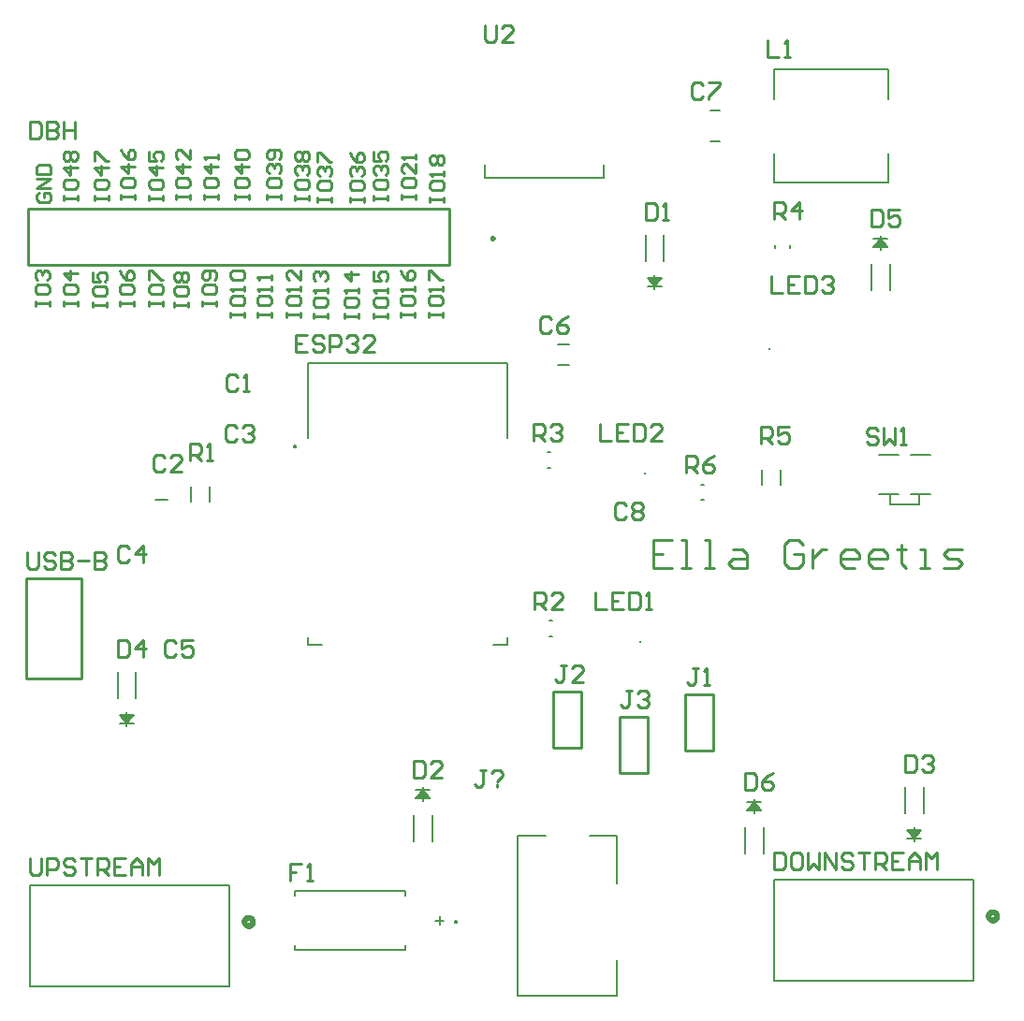
<source format=gbr>
%FSTAX23Y23*%
%MOMM*%
%SFA1B1*%

%IPPOS*%
%ADD10C,0.507999*%
%ADD11C,0.200000*%
%ADD12C,0.250000*%
%ADD13C,0.100000*%
%ADD14C,0.152400*%
%ADD15C,0.253999*%
%ADD16C,0.127000*%
%LNpcb1_legend_top-1*%
%LPD*%
G54D10*
X21336Y06985D02*
D01*
X21335Y07011*
X21332Y07038*
X21327Y07064*
X21321Y0709*
X21313Y07115*
X21303Y07139*
X21291Y07163*
X21278Y07186*
X21263Y07208*
X21246Y07229*
X21229Y07249*
X21209Y07268*
X21189Y07285*
X21168Y073*
X21145Y07314*
X21122Y07327*
X21097Y07338*
X21072Y07347*
X21047Y07354*
X21021Y0736*
X20994Y07363*
X20968Y07365*
X20941*
X20915Y07363*
X20888Y0736*
X20862Y07354*
X20837Y07347*
X20812Y07338*
X20787Y07327*
X20764Y07314*
X20741Y073*
X2072Y07285*
X207Y07268*
X2068Y07249*
X20663Y07229*
X20646Y07208*
X20631Y07186*
X20618Y07163*
X20606Y07139*
X20596Y07115*
X20588Y0709*
X20582Y07064*
X20577Y07038*
X20574Y07011*
X20574Y06985*
X20574Y06958*
X20577Y06931*
X20582Y06905*
X20588Y06879*
X20596Y06854*
X20606Y0683*
X20618Y06806*
X20631Y06783*
X20646Y06761*
X20663Y0674*
X2068Y0672*
X207Y06701*
X2072Y06684*
X20741Y06669*
X20764Y06655*
X20787Y06642*
X20812Y06631*
X20837Y06622*
X20862Y06615*
X20888Y06609*
X20915Y06606*
X20941Y06604*
X20968*
X20994Y06606*
X21021Y06609*
X21047Y06615*
X21072Y06622*
X21097Y06631*
X21122Y06642*
X21145Y06655*
X21168Y06669*
X21189Y06684*
X21209Y06701*
X21229Y0672*
X21246Y0674*
X21263Y06761*
X21278Y06783*
X21291Y06806*
X21303Y0683*
X21313Y06854*
X21321Y06879*
X21327Y06905*
X21332Y06931*
X21335Y06958*
X21336Y06985*
X88646Y07493D02*
D01*
X88645Y07519*
X88642Y07546*
X88637Y07572*
X88631Y07598*
X88623Y07623*
X88613Y07647*
X88601Y07671*
X88588Y07694*
X88573Y07716*
X88556Y07737*
X88539Y07757*
X88519Y07776*
X88499Y07793*
X88478Y07808*
X88455Y07822*
X88432Y07835*
X88407Y07846*
X88382Y07855*
X88357Y07862*
X88331Y07868*
X88304Y07871*
X88278Y07873*
X88251*
X88225Y07871*
X88198Y07868*
X88172Y07862*
X88147Y07855*
X88122Y07846*
X88097Y07835*
X88074Y07822*
X88051Y07808*
X8803Y07793*
X8801Y07776*
X8799Y07757*
X87973Y07737*
X87956Y07716*
X87941Y07694*
X87928Y07671*
X87916Y07647*
X87906Y07623*
X87898Y07598*
X87892Y07572*
X87887Y07546*
X87884Y07519*
X87884Y07493*
X87884Y07466*
X87887Y07439*
X87892Y07413*
X87898Y07387*
X87906Y07362*
X87916Y07338*
X87928Y07314*
X87941Y07291*
X87956Y07269*
X87973Y07248*
X8799Y07228*
X8801Y07209*
X8803Y07192*
X88051Y07177*
X88074Y07163*
X88097Y0715*
X88122Y07139*
X88147Y0713*
X88172Y07123*
X88198Y07117*
X88225Y07114*
X88251Y07112*
X88278*
X88304Y07114*
X88331Y07117*
X88357Y07123*
X88382Y0713*
X88407Y07139*
X88432Y0715*
X88455Y07163*
X88478Y07177*
X88499Y07192*
X88519Y07209*
X88539Y07228*
X88556Y07248*
X88573Y07269*
X88588Y07291*
X88601Y07314*
X88613Y07338*
X88623Y07362*
X88631Y07387*
X88637Y07413*
X88642Y07439*
X88645Y07466*
X88646Y07493*
G54D11*
X39784Y06985D02*
D01*
X39784Y06991*
X39784Y06998*
X39782Y07005*
X39781Y07012*
X39778Y07019*
X39776Y07025*
X39773Y07031*
X39769Y07037*
X39765Y07043*
X39761Y07049*
X39756Y07054*
X39751Y07059*
X39746Y07063*
X3974Y07067*
X39734Y07071*
X39728Y07074*
X39722Y07077*
X39715Y0708*
X39709Y07082*
X39702Y07083*
X39695Y07084*
X39688Y07084*
X39681*
X39674Y07084*
X39667Y07083*
X3966Y07082*
X39654Y0708*
X39647Y07077*
X39641Y07074*
X39634Y07071*
X39629Y07067*
X39623Y07063*
X39618Y07059*
X39613Y07054*
X39608Y07049*
X39604Y07043*
X396Y07037*
X39596Y07031*
X39593Y07025*
X39591Y07019*
X39588Y07012*
X39587Y07005*
X39585Y06998*
X39585Y06991*
X39584Y06985*
X39585Y06978*
X39585Y06971*
X39587Y06964*
X39588Y06957*
X39591Y0695*
X39593Y06944*
X39596Y06938*
X396Y06931*
X39604Y06926*
X39608Y0692*
X39613Y06915*
X39618Y0691*
X39623Y06906*
X39629Y06902*
X39634Y06898*
X39641Y06895*
X39647Y06892*
X39654Y06889*
X3966Y06887*
X39667Y06886*
X39674Y06885*
X39681Y06885*
X39688*
X39695Y06885*
X39702Y06886*
X39709Y06887*
X39715Y06889*
X39722Y06892*
X39728Y06895*
X39734Y06898*
X3974Y06902*
X39746Y06906*
X39751Y0691*
X39756Y06915*
X39761Y0692*
X39765Y06926*
X39769Y06931*
X39773Y06938*
X39776Y06944*
X39778Y0695*
X39781Y06957*
X39782Y06964*
X39784Y06971*
X39784Y06978*
X39784Y06985*
X25218Y50038D02*
D01*
X25218Y50044*
X25218Y50051*
X25216Y50058*
X25215Y50065*
X25212Y50072*
X2521Y50078*
X25207Y50084*
X25203Y5009*
X25199Y50096*
X25195Y50102*
X2519Y50107*
X25185Y50112*
X2518Y50116*
X25174Y5012*
X25168Y50124*
X25162Y50127*
X25156Y5013*
X25149Y50133*
X25143Y50135*
X25136Y50136*
X25129Y50137*
X25122Y50137*
X25115*
X25108Y50137*
X25101Y50136*
X25094Y50135*
X25088Y50133*
X25081Y5013*
X25075Y50127*
X25068Y50124*
X25063Y5012*
X25057Y50116*
X25052Y50112*
X25047Y50107*
X25042Y50102*
X25038Y50096*
X25034Y5009*
X2503Y50084*
X25027Y50078*
X25025Y50072*
X25022Y50065*
X25021Y50058*
X25019Y50051*
X25019Y50044*
X25019Y50038*
X25019Y50031*
X25019Y50024*
X25021Y50017*
X25022Y5001*
X25025Y50003*
X25027Y49997*
X2503Y49991*
X25034Y49984*
X25038Y49979*
X25042Y49973*
X25047Y49968*
X25052Y49963*
X25057Y49959*
X25063Y49955*
X25068Y49951*
X25075Y49948*
X25081Y49945*
X25088Y49942*
X25094Y4994*
X25101Y49939*
X25108Y49938*
X25115Y49938*
X25122*
X25129Y49938*
X25136Y49939*
X25143Y4994*
X25149Y49942*
X25156Y49945*
X25162Y49948*
X25168Y49951*
X25174Y49955*
X2518Y49959*
X25185Y49963*
X2519Y49968*
X25195Y49973*
X25199Y49979*
X25203Y49984*
X25207Y49991*
X2521Y49997*
X25212Y50003*
X25215Y5001*
X25216Y50017*
X25218Y50024*
X25218Y50031*
X25218Y50038*
X1253Y45212D02*
X1363D01*
X78809Y73843D02*
Y76543D01*
X68509Y73843D02*
Y76543D01*
X78809Y81443D02*
Y84143D01*
X68509Y81443D02*
Y84143D01*
Y73843D02*
X78809D01*
X68509Y84143D02*
X78809D01*
X42349Y74283D02*
Y75483D01*
Y74283D02*
X53049D01*
Y75483*
X81563Y44725D02*
Y45725D01*
X78963Y44725D02*
X81563D01*
X78963D02*
Y45725D01*
X77913Y49225D02*
X79713D01*
X80813D02*
X82613D01*
X80813Y45725D02*
X82613D01*
X77913D02*
X79713D01*
G54D12*
X43114Y68834D02*
D01*
X43114Y68842*
X43113Y68851*
X43112Y68859*
X4311Y68868*
X43107Y68876*
X43104Y68884*
X431Y68892*
X43096Y689*
X43091Y68907*
X43085Y68914*
X43079Y6892*
X43073Y68926*
X43066Y68932*
X43059Y68937*
X43052Y68942*
X43044Y68946*
X43036Y68949*
X43028Y68952*
X4302Y68955*
X43011Y68957*
X43003Y68958*
X42994Y68958*
X42985*
X42976Y68958*
X42968Y68957*
X42959Y68955*
X42951Y68952*
X42943Y68949*
X42935Y68946*
X42927Y68942*
X4292Y68937*
X42913Y68932*
X42906Y68926*
X429Y6892*
X42894Y68914*
X42888Y68907*
X42883Y689*
X42879Y68892*
X42875Y68884*
X42872Y68876*
X42869Y68868*
X42867Y68859*
X42866Y68851*
X42865Y68842*
X42864Y68834*
X42865Y68825*
X42866Y68816*
X42867Y68807*
X42869Y68799*
X42872Y68791*
X42875Y68783*
X42879Y68775*
X42883Y68767*
X42888Y6876*
X42894Y68753*
X429Y68747*
X42906Y68741*
X42913Y68735*
X4292Y6873*
X42927Y68725*
X42935Y68721*
X42943Y68718*
X42951Y68715*
X42959Y68712*
X42968Y6871*
X42976Y68709*
X42985Y68709*
X42994*
X43003Y68709*
X43011Y6871*
X4302Y68712*
X43028Y68715*
X43036Y68718*
X43044Y68721*
X43052Y68725*
X43059Y6873*
X43066Y68735*
X43073Y68741*
X43079Y68747*
X43085Y68753*
X43091Y6876*
X43096Y68767*
X431Y68775*
X43104Y68783*
X43107Y68791*
X4311Y68799*
X43112Y68807*
X43113Y68816*
X43114Y68825*
X43114Y68834*
G54D13*
X68089Y58879D02*
D01*
X68089Y58883*
X68089Y58886*
X68088Y5889*
X68088Y58893*
X68086Y58897*
X68085Y589*
X68084Y58903*
X68082Y58906*
X6808Y58909*
X68078Y58912*
X68075Y58914*
X68073Y58917*
X6807Y58919*
X68067Y58921*
X68064Y58923*
X68061Y58924*
X68058Y58926*
X68055Y58927*
X68052Y58928*
X68048Y58929*
X68045Y58929*
X68041Y58929*
X68038*
X68034Y58929*
X68031Y58929*
X68027Y58928*
X68024Y58927*
X68021Y58926*
X68018Y58924*
X68014Y58923*
X68012Y58921*
X68009Y58919*
X68006Y58917*
X68004Y58914*
X68001Y58912*
X67999Y58909*
X67997Y58906*
X67995Y58903*
X67994Y589*
X67993Y58897*
X67991Y58893*
X67991Y5889*
X6799Y58886*
X6799Y58883*
X67989Y58879*
X6799Y58876*
X6799Y58873*
X67991Y58869*
X67991Y58866*
X67993Y58862*
X67994Y58859*
X67995Y58856*
X67997Y58853*
X67999Y5885*
X68001Y58847*
X68004Y58845*
X68006Y58842*
X68009Y5884*
X68012Y58838*
X68014Y58836*
X68018Y58835*
X68021Y58833*
X68024Y58832*
X68027Y58831*
X68031Y5883*
X68034Y5883*
X68038Y5883*
X68041*
X68045Y5883*
X68048Y5883*
X68052Y58831*
X68055Y58832*
X68058Y58833*
X68061Y58835*
X68064Y58836*
X68067Y58838*
X6807Y5884*
X68073Y58842*
X68075Y58845*
X68078Y58847*
X6808Y5885*
X68082Y58853*
X68084Y58856*
X68085Y58859*
X68086Y58862*
X68088Y58866*
X68088Y58869*
X68089Y58873*
X68089Y58876*
X68089Y58879*
X56405Y32352D02*
D01*
X56405Y32356*
X56405Y32359*
X56404Y32363*
X56404Y32366*
X56402Y3237*
X56401Y32373*
X564Y32376*
X56398Y32379*
X56396Y32382*
X56394Y32385*
X56391Y32387*
X56389Y3239*
X56386Y32392*
X56383Y32394*
X5638Y32396*
X56377Y32397*
X56374Y32399*
X56371Y324*
X56368Y32401*
X56364Y32402*
X56361Y32402*
X56357Y32402*
X56354*
X5635Y32402*
X56347Y32402*
X56343Y32401*
X5634Y324*
X56337Y32399*
X56334Y32397*
X5633Y32396*
X56328Y32394*
X56325Y32392*
X56322Y3239*
X5632Y32387*
X56317Y32385*
X56315Y32382*
X56313Y32379*
X56311Y32376*
X5631Y32373*
X56309Y3237*
X56307Y32366*
X56307Y32363*
X56306Y32359*
X56306Y32356*
X56305Y32352*
X56306Y32349*
X56306Y32346*
X56307Y32342*
X56307Y32339*
X56309Y32335*
X5631Y32332*
X56311Y32329*
X56313Y32326*
X56315Y32323*
X56317Y3232*
X5632Y32318*
X56322Y32315*
X56325Y32313*
X56328Y32311*
X5633Y32309*
X56334Y32308*
X56337Y32306*
X5634Y32305*
X56343Y32304*
X56347Y32303*
X5635Y32303*
X56354Y32303*
X56357*
X56361Y32303*
X56364Y32303*
X56368Y32304*
X56371Y32305*
X56374Y32306*
X56377Y32308*
X5638Y32309*
X56383Y32311*
X56386Y32313*
X56389Y32315*
X56391Y32318*
X56394Y3232*
X56396Y32323*
X56398Y32326*
X564Y32329*
X56401Y32332*
X56402Y32335*
X56404Y32339*
X56404Y32342*
X56405Y32346*
X56405Y32349*
X56405Y32352*
X56786Y47592D02*
D01*
X56786Y47596*
X56786Y47599*
X56785Y47603*
X56785Y47606*
X56783Y4761*
X56782Y47613*
X56781Y47616*
X56779Y47619*
X56777Y47622*
X56775Y47625*
X56772Y47627*
X5677Y4763*
X56767Y47632*
X56764Y47634*
X56761Y47636*
X56758Y47637*
X56755Y47639*
X56752Y4764*
X56749Y47641*
X56745Y47642*
X56742Y47642*
X56738Y47642*
X56735*
X56731Y47642*
X56728Y47642*
X56724Y47641*
X56721Y4764*
X56718Y47639*
X56715Y47637*
X56711Y47636*
X56709Y47634*
X56706Y47632*
X56703Y4763*
X56701Y47627*
X56698Y47625*
X56696Y47622*
X56694Y47619*
X56692Y47616*
X56691Y47613*
X5669Y4761*
X56688Y47606*
X56688Y47603*
X56687Y47599*
X56687Y47596*
X56686Y47592*
X56687Y47589*
X56687Y47586*
X56688Y47582*
X56688Y47579*
X5669Y47575*
X56691Y47572*
X56692Y47569*
X56694Y47566*
X56696Y47563*
X56698Y4756*
X56701Y47558*
X56703Y47555*
X56706Y47553*
X56709Y47551*
X56711Y47549*
X56715Y47548*
X56718Y47546*
X56721Y47545*
X56724Y47544*
X56728Y47543*
X56731Y47543*
X56735Y47543*
X56738*
X56742Y47543*
X56745Y47543*
X56749Y47544*
X56752Y47545*
X56755Y47546*
X56758Y47548*
X56761Y47549*
X56764Y47551*
X56767Y47553*
X5677Y47555*
X56772Y47558*
X56775Y4756*
X56777Y47563*
X56779Y47566*
X56781Y47569*
X56782Y47572*
X56783Y47575*
X56785Y47579*
X56785Y47582*
X56786Y47586*
X56786Y47589*
X56786Y47592*
G54D14*
X25107Y0447D02*
Y04874D01*
X37858Y07112D02*
X3862D01*
X38239Y06731D02*
Y07493D01*
X25107Y09753D02*
X3509D01*
X25107Y09349D02*
Y09753D01*
Y0447D02*
X3509D01*
Y04874*
Y09349D02*
Y09753D01*
X66675Y16814D02*
Y18084D01*
X6604Y1783D02*
X6731D01*
X66675D02*
X6731Y17068D01*
X66675Y1783D02*
X67183Y17068D01*
X66675Y1783D02*
X67056Y17068D01*
X66675Y1783D02*
X66929Y17068D01*
X66675Y1783D02*
X66802Y17068D01*
X6604D02*
X66675Y1783D01*
X66167Y17068D02*
X66675Y1783D01*
X66294Y17068D02*
X66675Y1783D01*
X66421Y17068D02*
X66675Y1783D01*
X66548Y17068D02*
X66675Y1783D01*
X6604Y17068D02*
X6731D01*
X65849Y13169D02*
Y15532D01*
X675Y13169D02*
Y15532D01*
X78105Y67824D02*
Y69094D01*
X7747Y6884D02*
X7874D01*
X78105D02*
X7874Y68078D01*
X78105Y6884D02*
X78613Y68078D01*
X78105Y6884D02*
X78486Y68078D01*
X78105Y6884D02*
X78359Y68078D01*
X78105Y6884D02*
X78232Y68078D01*
X7747D02*
X78105Y6884D01*
X77597Y68078D02*
X78105Y6884D01*
X77724Y68078D02*
X78105Y6884D01*
X77851Y68078D02*
X78105Y6884D01*
X77978Y68078D02*
X78105Y6884D01*
X7747Y68078D02*
X7874D01*
X77279Y64179D02*
Y66541D01*
X7893Y64179D02*
Y66541D01*
X09906Y24714D02*
Y25984D01*
X09271Y24968D02*
X10541D01*
X09271Y2573D02*
X09906Y24968D01*
X09398Y2573D02*
X09906Y24968D01*
X09525Y2573D02*
X09906Y24968D01*
X09652Y2573D02*
X09906Y24968D01*
X09779Y2573D02*
X09906Y24968D01*
X10541Y2573*
X09906Y24968D02*
X10414Y2573D01*
X09906Y24968D02*
X10287Y2573D01*
X09906Y24968D02*
X1016Y2573D01*
X09906Y24968D02*
X10033Y2573D01*
X09271D02*
X10541D01*
X10731Y27266D02*
Y29629D01*
X0908Y27266D02*
Y29629D01*
X81153Y143D02*
Y1557D01*
X80518Y14554D02*
X81788D01*
X80518Y15316D02*
X81153Y14554D01*
X80645Y15316D02*
X81153Y14554D01*
X80772Y15316D02*
X81153Y14554D01*
X80899Y15316D02*
X81153Y14554D01*
X81026Y15316D02*
X81153Y14554D01*
X81788Y15316*
X81153Y14554D02*
X81661Y15316D01*
X81153Y14554D02*
X81534Y15316D01*
X81153Y14554D02*
X81407Y15316D01*
X81153Y14554D02*
X8128Y15316D01*
X80518D02*
X81788D01*
X81978Y16852D02*
Y19215D01*
X80327Y16852D02*
Y19215D01*
X36703Y17957D02*
Y19227D01*
X36068Y18973D02*
X37338D01*
X36703D02*
X37338Y18211D01*
X36703Y18973D02*
X37211Y18211D01*
X36703Y18973D02*
X37084Y18211D01*
X36703Y18973D02*
X36957Y18211D01*
X36703Y18973D02*
X3683Y18211D01*
X36068D02*
X36703Y18973D01*
X36195Y18211D02*
X36703Y18973D01*
X36322Y18211D02*
X36703Y18973D01*
X36449Y18211D02*
X36703Y18973D01*
X36576Y18211D02*
X36703Y18973D01*
X36068Y18211D02*
X37338D01*
X35877Y14312D02*
Y16675D01*
X37528Y14312D02*
Y16675D01*
X57658Y64211D02*
Y65481D01*
X57023Y64465D02*
X58293D01*
X57023Y65227D02*
X57658Y64465D01*
X5715Y65227D02*
X57658Y64465D01*
X57277Y65227D02*
X57658Y64465D01*
X57404Y65227D02*
X57658Y64465D01*
X57531Y65227D02*
X57658Y64465D01*
X58293Y65227*
X57658Y64465D02*
X58166Y65227D01*
X57658Y64465D02*
X58039Y65227D01*
X57658Y64465D02*
X57912Y65227D01*
X57658Y64465D02*
X57785Y65227D01*
X57023D02*
X58293D01*
X58483Y66763D02*
Y69126D01*
X56832Y66763D02*
Y69126D01*
X19177Y01143D02*
Y10287D01*
X01143Y01143D02*
X19177D01*
X01143D02*
Y10287D01*
X19177*
X86487Y01651D02*
Y10795D01*
X68453Y01651D02*
X86487D01*
X68453D02*
Y10795D01*
X86487*
G54D15*
X48514Y22733D02*
X51054D01*
X48514Y27813D02*
X51054D01*
X48514Y22733D02*
Y27813D01*
X51054Y22733D02*
Y27813D01*
X39116Y66421D02*
Y71501D01*
X01016Y66421D02*
Y71501D01*
X39116*
X01016Y66421D02*
X39116D01*
X00785Y38042D02*
X05785D01*
X00785Y29042D02*
X05785D01*
Y38042*
X00785Y29042D02*
Y38042D01*
X60452Y22479D02*
X62992D01*
X60452Y27559D02*
X62992D01*
X60452Y22479D02*
Y27559D01*
X62992Y22479D02*
Y27559D01*
X54483Y20447D02*
X57023D01*
X54483Y25527D02*
X57023D01*
X54483Y20447D02*
Y25527D01*
X57023Y20447D02*
Y25527D01*
X55118Y44703D02*
X54864Y44957D01*
X54356*
X54102Y44703*
Y43688*
X54356Y43434*
X54864*
X55118Y43688*
X55625Y44703D02*
X55879Y44957D01*
X56387*
X56641Y44703*
Y44449*
X56387Y44196*
X56641Y43942*
Y43688*
X56387Y43434*
X55879*
X55625Y43688*
Y43942*
X55879Y44196*
X55625Y44449*
Y44703*
X55879Y44196D02*
X56387D01*
X06985Y72263D02*
Y72686D01*
Y72474*
X08255*
Y72263*
Y72686*
X06985Y73955D02*
Y73532D01*
X07196Y7332*
X08043*
X08255Y73532*
Y73955*
X08043Y74167*
X07196*
X06985Y73955*
X08255Y75225D02*
X06985D01*
X0762Y7459*
Y75436*
X06985Y7586D02*
Y76706D01*
X07196*
X08043Y7586*
X08255*
X09398Y7239D02*
Y72813D01*
Y72601*
X10668*
Y7239*
Y72813*
X09398Y74082D02*
Y73659D01*
X09609Y73447*
X10456*
X10668Y73659*
Y74082*
X10456Y74294*
X09609*
X09398Y74082*
X10668Y75352D02*
X09398D01*
X10033Y74717*
Y75563*
X09398Y76833D02*
X09609Y7641D01*
X10033Y75987*
X10456*
X10668Y76198*
Y76621*
X10456Y76833*
X10244*
X10033Y76621*
Y75987*
X11938Y72263D02*
Y72686D01*
Y72474*
X13208*
Y72263*
Y72686*
X11938Y73955D02*
Y73532D01*
X12149Y7332*
X12996*
X13208Y73532*
Y73955*
X12996Y74167*
X12149*
X11938Y73955*
X13208Y75225D02*
X11938D01*
X12573Y7459*
Y75436*
X11938Y76706D02*
Y7586D01*
X12573*
X12361Y76283*
Y76494*
X12573Y76706*
X12996*
X13208Y76494*
Y76071*
X12996Y7586*
X14351Y7239D02*
Y72813D01*
Y72601*
X15621*
Y7239*
Y72813*
X14351Y74082D02*
Y73659D01*
X14562Y73447*
X15409*
X15621Y73659*
Y74082*
X15409Y74294*
X14562*
X14351Y74082*
X15621Y75352D02*
X14351D01*
X14986Y74717*
Y75563*
X15621Y76833D02*
Y75987D01*
X14774Y76833*
X14562*
X14351Y76621*
Y76198*
X14562Y75987*
X16891Y7239D02*
Y72813D01*
Y72601*
X18161*
Y7239*
Y72813*
X16891Y74082D02*
Y73659D01*
X17102Y73447*
X17949*
X18161Y73659*
Y74082*
X17949Y74294*
X17102*
X16891Y74082*
X18161Y75352D02*
X16891D01*
X17526Y74717*
Y75563*
X18161Y75987D02*
Y7641D01*
Y76198*
X16891*
X17102Y75987*
X19685Y7239D02*
Y72813D01*
Y72601*
X20955*
Y7239*
Y72813*
X19685Y74082D02*
Y73659D01*
X19896Y73447*
X20743*
X20955Y73659*
Y74082*
X20743Y74294*
X19896*
X19685Y74082*
X20955Y75352D02*
X19685D01*
X2032Y74717*
Y75563*
X19896Y75987D02*
X19685Y76198D01*
Y76621*
X19896Y76833*
X20743*
X20955Y76621*
Y76198*
X20743Y75987*
X19896*
X22606Y7239D02*
Y72813D01*
Y72601*
X23876*
Y7239*
Y72813*
X22606Y74082D02*
Y73659D01*
X22817Y73447*
X23664*
X23876Y73659*
Y74082*
X23664Y74294*
X22817*
X22606Y74082*
X22817Y74717D02*
X22606Y74929D01*
Y75352*
X22817Y75563*
X23029*
X23241Y75352*
Y7514*
Y75352*
X23452Y75563*
X23664*
X23876Y75352*
Y74929*
X23664Y74717*
Y75987D02*
X23876Y76198D01*
Y76621*
X23664Y76833*
X22817*
X22606Y76621*
Y76198*
X22817Y75987*
X23029*
X23241Y76198*
Y76833*
X25146Y72263D02*
Y72686D01*
Y72474*
X26416*
Y72263*
Y72686*
X25146Y73955D02*
Y73532D01*
X25357Y7332*
X26204*
X26416Y73532*
Y73955*
X26204Y74167*
X25357*
X25146Y73955*
X25357Y7459D02*
X25146Y74802D01*
Y75225*
X25357Y75436*
X25569*
X25781Y75225*
Y75013*
Y75225*
X25992Y75436*
X26204*
X26416Y75225*
Y74802*
X26204Y7459*
X25357Y7586D02*
X25146Y76071D01*
Y76494*
X25357Y76706*
X25569*
X25781Y76494*
X25992Y76706*
X26204*
X26416Y76494*
Y76071*
X26204Y7586*
X25992*
X25781Y76071*
X25569Y7586*
X25357*
X25781Y76071D02*
Y76494D01*
X27178Y72136D02*
Y72559D01*
Y72347*
X28448*
Y72136*
Y72559*
X27178Y73828D02*
Y73405D01*
X27389Y73193*
X28236*
X28448Y73405*
Y73828*
X28236Y7404*
X27389*
X27178Y73828*
X27389Y74463D02*
X27178Y74675D01*
Y75098*
X27389Y75309*
X27601*
X27813Y75098*
Y74886*
Y75098*
X28024Y75309*
X28236*
X28448Y75098*
Y74675*
X28236Y74463*
X27178Y75733D02*
Y76579D01*
X27389*
X28236Y75733*
X28448*
X30099Y72136D02*
Y72559D01*
Y72347*
X31369*
Y72136*
Y72559*
X30099Y73828D02*
Y73405D01*
X3031Y73193*
X31157*
X31369Y73405*
Y73828*
X31157Y7404*
X3031*
X30099Y73828*
X3031Y74463D02*
X30099Y74675D01*
Y75098*
X3031Y75309*
X30522*
X30734Y75098*
Y74886*
Y75098*
X30945Y75309*
X31157*
X31369Y75098*
Y74675*
X31157Y74463*
X30099Y76579D02*
X3031Y76156D01*
X30734Y75733*
X31157*
X31369Y75944*
Y76367*
X31157Y76579*
X30945*
X30734Y76367*
Y75733*
X32258Y72263D02*
Y72686D01*
Y72474*
X33528*
Y72263*
Y72686*
X32258Y73955D02*
Y73532D01*
X32469Y7332*
X33316*
X33528Y73532*
Y73955*
X33316Y74167*
X32469*
X32258Y73955*
X32469Y7459D02*
X32258Y74802D01*
Y75225*
X32469Y75436*
X32681*
X32893Y75225*
Y75013*
Y75225*
X33104Y75436*
X33316*
X33528Y75225*
Y74802*
X33316Y7459*
X32258Y76706D02*
Y7586D01*
X32893*
X32681Y76283*
Y76494*
X32893Y76706*
X33316*
X33528Y76494*
Y76071*
X33316Y7586*
X34798Y7239D02*
Y72813D01*
Y72601*
X36068*
Y7239*
Y72813*
X34798Y74082D02*
Y73659D01*
X35009Y73447*
X35856*
X36068Y73659*
Y74082*
X35856Y74294*
X35009*
X34798Y74082*
X36068Y75563D02*
Y74717D01*
X35221Y75563*
X35009*
X34798Y75352*
Y74929*
X35009Y74717*
X36068Y75987D02*
Y7641D01*
Y76198*
X34798*
X35009Y75987*
X37338Y72136D02*
Y72559D01*
Y72347*
X38608*
Y72136*
Y72559*
X37338Y73828D02*
Y73405D01*
X37549Y73193*
X38396*
X38608Y73405*
Y73828*
X38396Y7404*
X37549*
X37338Y73828*
X38608Y74463D02*
Y74886D01*
Y74675*
X37338*
X37549Y74463*
Y75521D02*
X37338Y75733D01*
Y76156*
X37549Y76367*
X37761*
X37973Y76156*
X38184Y76367*
X38396*
X38608Y76156*
Y75733*
X38396Y75521*
X38184*
X37973Y75733*
X37761Y75521*
X37549*
X37973Y75733D02*
Y76156D01*
X37211Y61722D02*
Y62145D01*
Y61933*
X38481*
Y61722*
Y62145*
X37211Y63414D02*
Y62991D01*
X37422Y62779*
X38269*
X38481Y62991*
Y63414*
X38269Y63626*
X37422*
X37211Y63414*
X38481Y64049D02*
Y64472D01*
Y64261*
X37211*
X37422Y64049*
X37211Y65107D02*
Y65953D01*
X37422*
X38269Y65107*
X38481*
X34671Y61722D02*
Y62145D01*
Y61933*
X35941*
Y61722*
Y62145*
X34671Y63414D02*
Y62991D01*
X34882Y62779*
X35729*
X35941Y62991*
Y63414*
X35729Y63626*
X34882*
X34671Y63414*
X35941Y64049D02*
Y64472D01*
Y64261*
X34671*
X34882Y64049*
X34671Y65953D02*
X34882Y6553D01*
X35306Y65107*
X35729*
X35941Y65319*
Y65742*
X35729Y65953*
X35517*
X35306Y65742*
Y65107*
X32258Y61595D02*
Y62018D01*
Y61806*
X33528*
Y61595*
Y62018*
X32258Y63287D02*
Y62864D01*
X32469Y62652*
X33316*
X33528Y62864*
Y63287*
X33316Y63499*
X32469*
X32258Y63287*
X33528Y63922D02*
Y64345D01*
Y64134*
X32258*
X32469Y63922*
X32258Y65826D02*
Y6498D01*
X32893*
X32681Y65403*
Y65615*
X32893Y65826*
X33316*
X33528Y65615*
Y65192*
X33316Y6498*
X29591Y61595D02*
Y62018D01*
Y61806*
X30861*
Y61595*
Y62018*
X29591Y63287D02*
Y62864D01*
X29802Y62652*
X30649*
X30861Y62864*
Y63287*
X30649Y63499*
X29802*
X29591Y63287*
X30861Y63922D02*
Y64345D01*
Y64134*
X29591*
X29802Y63922*
X30861Y65615D02*
X29591D01*
X30226Y6498*
Y65826*
X26797Y61595D02*
Y62018D01*
Y61806*
X28067*
Y61595*
Y62018*
X26797Y63287D02*
Y62864D01*
X27008Y62652*
X27855*
X28067Y62864*
Y63287*
X27855Y63499*
X27008*
X26797Y63287*
X28067Y63922D02*
Y64345D01*
Y64134*
X26797*
X27008Y63922*
Y6498D02*
X26797Y65192D01*
Y65615*
X27008Y65826*
X2722*
X27432Y65615*
Y65403*
Y65615*
X27643Y65826*
X27855*
X28067Y65615*
Y65192*
X27855Y6498*
X24384Y61722D02*
Y62145D01*
Y61933*
X25654*
Y61722*
Y62145*
X24384Y63414D02*
Y62991D01*
X24595Y62779*
X25442*
X25654Y62991*
Y63414*
X25442Y63626*
X24595*
X24384Y63414*
X25654Y64049D02*
Y64472D01*
Y64261*
X24384*
X24595Y64049*
X25654Y65953D02*
Y65107D01*
X24807Y65953*
X24595*
X24384Y65742*
Y65319*
X24595Y65107*
X21717Y61722D02*
Y62145D01*
Y61933*
X22987*
Y61722*
Y62145*
X21717Y63414D02*
Y62991D01*
X21928Y62779*
X22775*
X22987Y62991*
Y63414*
X22775Y63626*
X21928*
X21717Y63414*
X22987Y64049D02*
Y64472D01*
Y64261*
X21717*
X21928Y64049*
X22987Y65107D02*
Y6553D01*
Y65319*
X21717*
X21928Y65107*
X19304Y61722D02*
Y62145D01*
Y61933*
X20574*
Y61722*
Y62145*
X19304Y63414D02*
Y62991D01*
X19515Y62779*
X20362*
X20574Y62991*
Y63414*
X20362Y63626*
X19515*
X19304Y63414*
X20574Y64049D02*
Y64472D01*
Y64261*
X19304*
X19515Y64049*
Y65107D02*
X19304Y65319D01*
Y65742*
X19515Y65953*
X20362*
X20574Y65742*
Y65319*
X20362Y65107*
X19515*
X16764Y62738D02*
Y63161D01*
Y62949*
X18034*
Y62738*
Y63161*
X16764Y6443D02*
Y64007D01*
X16975Y63795*
X17822*
X18034Y64007*
Y6443*
X17822Y64642*
X16975*
X16764Y6443*
X17822Y65065D02*
X18034Y65277D01*
Y657*
X17822Y65911*
X16975*
X16764Y657*
Y65277*
X16975Y65065*
X17187*
X17399Y65277*
Y65911*
X14224Y62611D02*
Y63034D01*
Y62822*
X15494*
Y62611*
Y63034*
X14224Y64303D02*
Y6388D01*
X14435Y63668*
X15282*
X15494Y6388*
Y64303*
X15282Y64515*
X14435*
X14224Y64303*
X14435Y64938D02*
X14224Y6515D01*
Y65573*
X14435Y65784*
X14647*
X14859Y65573*
X1507Y65784*
X15282*
X15494Y65573*
Y6515*
X15282Y64938*
X1507*
X14859Y6515*
X14647Y64938*
X14435*
X14859Y6515D02*
Y65573D01*
X11938Y62738D02*
Y63161D01*
Y62949*
X13208*
Y62738*
Y63161*
X11938Y6443D02*
Y64007D01*
X12149Y63795*
X12996*
X13208Y64007*
Y6443*
X12996Y64642*
X12149*
X11938Y6443*
Y65065D02*
Y65911D01*
X12149*
X12996Y65065*
X13208*
X09271Y62738D02*
Y63161D01*
Y62949*
X10541*
Y62738*
Y63161*
X09271Y6443D02*
Y64007D01*
X09482Y63795*
X10329*
X10541Y64007*
Y6443*
X10329Y64642*
X09482*
X09271Y6443*
Y65911D02*
X09482Y65488D01*
X09906Y65065*
X10329*
X10541Y65277*
Y657*
X10329Y65911*
X10117*
X09906Y657*
Y65065*
X06858Y62611D02*
Y63034D01*
Y62822*
X08128*
Y62611*
Y63034*
X06858Y64303D02*
Y6388D01*
X07069Y63668*
X07916*
X08128Y6388*
Y64303*
X07916Y64515*
X07069*
X06858Y64303*
Y65784D02*
Y64938D01*
X07493*
X07281Y65361*
Y65573*
X07493Y65784*
X07916*
X08128Y65573*
Y6515*
X07916Y64938*
X04191Y62738D02*
Y63161D01*
Y62949*
X05461*
Y62738*
Y63161*
X04191Y6443D02*
Y64007D01*
X04402Y63795*
X05249*
X05461Y64007*
Y6443*
X05249Y64642*
X04402*
X04191Y6443*
X05461Y657D02*
X04191D01*
X04826Y65065*
Y65911*
X01651Y62738D02*
Y63161D01*
Y62949*
X02921*
Y62738*
Y63161*
X01651Y6443D02*
Y64007D01*
X01862Y63795*
X02709*
X02921Y64007*
Y6443*
X02709Y64642*
X01862*
X01651Y6443*
X01862Y65065D02*
X01651Y65277D01*
Y657*
X01862Y65911*
X02074*
X02286Y657*
Y65488*
Y657*
X02497Y65911*
X02709*
X02921Y657*
Y65277*
X02709Y65065*
X04191Y72263D02*
Y72686D01*
Y72474*
X05461*
Y72263*
Y72686*
X04191Y73955D02*
Y73532D01*
X04402Y7332*
X05249*
X05461Y73532*
Y73955*
X05249Y74167*
X04402*
X04191Y73955*
X05461Y75225D02*
X04191D01*
X04826Y7459*
Y75436*
X04402Y7586D02*
X04191Y76071D01*
Y76494*
X04402Y76706*
X04614*
X04826Y76494*
X05037Y76706*
X05249*
X05461Y76494*
Y76071*
X05249Y7586*
X05037*
X04826Y76071*
X04614Y7586*
X04402*
X04826Y76071D02*
Y76494D01*
X01989Y72982D02*
X01778Y7277D01*
Y72347*
X01989Y72136*
X02836*
X03048Y72347*
Y7277*
X02836Y72982*
X02413*
Y72559*
X03048Y73405D02*
X01778D01*
X03048Y74251*
X01778*
Y74675D02*
X03048D01*
Y75309*
X02836Y75521*
X01989*
X01778Y75309*
Y74675*
X59223Y41528D02*
X57531D01*
Y38989*
X59223*
X57531Y40258D02*
X58377D01*
X6007Y38989D02*
X60916D01*
X60493*
Y41528*
X6007*
X62186Y38989D02*
X63032D01*
X62609*
Y41528*
X62186*
X64725Y40681D02*
X65571D01*
X65994Y40258*
Y38989*
X64725*
X64302Y39412*
X64725Y39835*
X65994*
X71073Y41104D02*
X7065Y41528D01*
X69803*
X6938Y41104*
Y39412*
X69803Y38989*
X7065*
X71073Y39412*
Y40258*
X70226*
X71919Y40681D02*
Y38989D01*
Y39835*
X72342Y40258*
X72766Y40681*
X73189*
X75728Y38989D02*
X74882D01*
X74458Y39412*
Y40258*
X74882Y40681*
X75728*
X76151Y40258*
Y39835*
X74458*
X78267Y38989D02*
X77421D01*
X76997Y39412*
Y40258*
X77421Y40681*
X78267*
X7869Y40258*
Y39835*
X76997*
X7996Y41104D02*
Y40681D01*
X79537*
X80383*
X7996*
Y39412*
X80383Y38989*
X81653D02*
X82499D01*
X82076*
Y40681*
X81653*
X83769Y38989D02*
X85038D01*
X85461Y39412*
X85038Y39835*
X84192*
X83769Y40258*
X84192Y40681*
X85461*
X49656Y30225D02*
X49148D01*
X49402*
Y28955*
X49148Y28702*
X48894*
X48641Y28955*
X5118Y28702D02*
X50164D01*
X5118Y29717*
Y29971*
X50926Y30225*
X50418*
X50164Y29971*
X62001Y82701D02*
X61747Y82955D01*
X61239*
X60985Y82701*
Y81686*
X61239Y81432*
X61747*
X62001Y81686*
X62508Y82955D02*
X63524D01*
Y82701*
X62508Y81686*
Y81432*
X13334Y49021D02*
X1308Y49275D01*
X12572*
X12319Y49021*
Y48005*
X12572Y47752*
X1308*
X13334Y48005*
X14858Y47752D02*
X13842D01*
X14858Y48767*
Y49021*
X14604Y49275*
X14096*
X13842Y49021*
X48285Y61543D02*
X48031Y61797D01*
X47523*
X47269Y61543*
Y60528*
X47523Y60274*
X48031*
X48285Y60528*
X49808Y61797D02*
X493Y61543D01*
X48792Y61035*
Y60528*
X49046Y60274*
X49554*
X49808Y60528*
Y60781*
X49554Y61035*
X48792*
X19964Y56235D02*
X1971Y56489D01*
X19202*
X18948Y56235*
Y55219*
X19202Y54965*
X1971*
X19964Y55219*
X20471Y54965D02*
X20979D01*
X20725*
Y56489*
X20471Y56235*
X67919Y86715D02*
Y85191D01*
X68935*
X69443D02*
X6995D01*
X69696*
Y86715*
X69443Y86461*
X1435Y32257D02*
X14096Y32511D01*
X13588*
X13335Y32257*
Y31241*
X13588Y30988*
X14096*
X1435Y31241*
X15874Y32511D02*
X14858D01*
Y31749*
X15366Y32003*
X1562*
X15874Y31749*
Y31241*
X1562Y30988*
X15112*
X14858Y31241*
X10159Y40817D02*
X09905Y41071D01*
X09397*
X09144Y40817*
Y39801*
X09397Y39547*
X09905*
X10159Y39801*
X11429Y39547D02*
Y41071D01*
X10667Y40309*
X11683*
X19887Y51688D02*
X19633Y51942D01*
X19126*
X18872Y51688*
Y50672*
X19126Y50419*
X19633*
X19887Y50672*
X20395Y51688D02*
X20649Y51942D01*
X21157*
X21411Y51688*
Y51434*
X21157Y5118*
X20903*
X21157*
X21411Y50926*
Y50672*
X21157Y50419*
X20649*
X20395Y50672*
X60528Y47599D02*
Y49123D01*
X61289*
X61543Y48869*
Y48361*
X61289Y48107*
X60528*
X61035D02*
X61543Y47599D01*
X63067Y49123D02*
X62559Y48869D01*
X62051Y48361*
Y47853*
X62305Y47599*
X62813*
X63067Y47853*
Y48107*
X62813Y48361*
X62051*
X42341Y88086D02*
Y86817D01*
X42595Y86563*
X43103*
X43357Y86817*
Y88086*
X4488Y86563D02*
X43865D01*
X4488Y87578*
Y87832*
X44627Y88086*
X44119*
X43865Y87832*
X00914Y40461D02*
Y39192D01*
X01168Y38938*
X01676*
X0193Y39192*
Y40461*
X03453Y40207D02*
X03199Y40461D01*
X02691*
X02437Y40207*
Y39953*
X02691Y39699*
X03199*
X03453Y39445*
Y39192*
X03199Y38938*
X02691*
X02437Y39192*
X03961Y40461D02*
Y38938D01*
X04723*
X04977Y39192*
Y39445*
X04723Y39699*
X03961*
X04723*
X04977Y39953*
Y40207*
X04723Y40461*
X03961*
X05484Y39699D02*
X065D01*
X07008Y40461D02*
Y38938D01*
X0777*
X08024Y39192*
Y39445*
X0777Y39699*
X07008*
X0777*
X08024Y39953*
Y40207*
X0777Y40461*
X07008*
X80365Y22097D02*
Y20574D01*
X81127*
X81381Y20827*
Y21843*
X81127Y22097*
X80365*
X81889Y21843D02*
X82142Y22097D01*
X8265*
X82904Y21843*
Y21589*
X8265Y21335*
X82396*
X8265*
X82904Y21081*
Y20827*
X8265Y20574*
X82142*
X81889Y20827*
X46685Y5052D02*
Y52044D01*
X47446*
X477Y5179*
Y51282*
X47446Y51028*
X46685*
X47192D02*
X477Y5052D01*
X48208Y5179D02*
X48462Y52044D01*
X4897*
X49224Y5179*
Y51536*
X4897Y51282*
X48716*
X4897*
X49224Y51028*
Y50774*
X4897Y5052*
X48462*
X48208Y50774*
X46812Y3528D02*
Y36804D01*
X47573*
X47827Y3655*
Y36042*
X47573Y35788*
X46812*
X47319D02*
X47827Y3528D01*
X49351D02*
X48335D01*
X49351Y36296*
Y3655*
X49097Y36804*
X48589*
X48335Y3655*
X68478Y70586D02*
Y7211D01*
X6924*
X69494Y71856*
Y71348*
X6924Y71094*
X68478*
X68986D02*
X69494Y70586D01*
X70763D02*
Y7211D01*
X70001Y71348*
X71017*
X68199Y65429D02*
Y63906D01*
X69214*
X70738Y65429D02*
X69722D01*
Y63906*
X70738*
X69722Y64668D02*
X7023D01*
X71245Y65429D02*
Y63906D01*
X72007*
X72261Y6416*
Y65175*
X72007Y65429*
X71245*
X72769Y65175D02*
X73023Y65429D01*
X73531*
X73785Y65175*
Y64922*
X73531Y64668*
X73277*
X73531*
X73785Y64414*
Y6416*
X73531Y63906*
X73023*
X72769Y6416*
X52705Y52018D02*
Y50495D01*
X5372*
X55244Y52018D02*
X54228D01*
Y50495*
X55244*
X54228Y51256D02*
X54736D01*
X55751Y52018D02*
Y50495D01*
X56513*
X56767Y50749*
Y51764*
X56513Y52018*
X55751*
X58291Y50495D02*
X57275D01*
X58291Y5151*
Y51764*
X58037Y52018*
X57529*
X57275Y51764*
X52324Y36778D02*
Y35255D01*
X53339*
X54863Y36778D02*
X53847D01*
Y35255*
X54863*
X53847Y36016D02*
X54355D01*
X5537Y36778D02*
Y35255D01*
X56132*
X56386Y35509*
Y36524*
X56132Y36778*
X5537*
X56894Y35255D02*
X57402D01*
X57148*
Y36778*
X56894Y36524*
X61594Y29971D02*
X61086D01*
X6134*
Y28701*
X61086Y28448*
X60832*
X60579Y28701*
X62102Y28448D02*
X6261D01*
X62356*
Y29971*
X62102Y29717*
X55625Y27939D02*
X55117D01*
X55371*
Y26669*
X55117Y26416*
X54863*
X5461Y26669*
X56133Y27685D02*
X56387Y27939D01*
X56895*
X57149Y27685*
Y27431*
X56895Y27177*
X56641*
X56895*
X57149Y26923*
Y26669*
X56895Y26416*
X56387*
X56133Y26669*
X01143Y79374D02*
Y77851D01*
X01904*
X02158Y78104*
Y7912*
X01904Y79374*
X01143*
X02666D02*
Y77851D01*
X03428*
X03682Y78104*
Y78358*
X03428Y78612*
X02666*
X03428*
X03682Y78866*
Y7912*
X03428Y79374*
X02666*
X04189D02*
Y77851D01*
Y78612*
X05205*
Y79374*
Y77851*
X77317Y71449D02*
Y69926D01*
X78079*
X78333Y7018*
Y71195*
X78079Y71449*
X77317*
X79856D02*
X78841D01*
Y70687*
X79348Y70941*
X79602*
X79856Y70687*
Y7018*
X79602Y69926*
X79094*
X78841Y7018*
X35915Y21589D02*
Y20066D01*
X36677*
X36931Y20319*
Y21335*
X36677Y21589*
X35915*
X38454Y20066D02*
X37439D01*
X38454Y21081*
Y21335*
X382Y21589*
X37692*
X37439Y21335*
X56896Y72008D02*
Y70485D01*
X57657*
X57911Y70738*
Y71754*
X57657Y72008*
X56896*
X58419Y70485D02*
X58927D01*
X58673*
Y72008*
X58419Y71754*
X09144Y32511D02*
Y30988D01*
X09905*
X10159Y31241*
Y32257*
X09905Y32511*
X09144*
X11429Y30988D02*
Y32511D01*
X10667Y31749*
X11683*
X65887Y20446D02*
Y18923D01*
X66649*
X66903Y19176*
Y20192*
X66649Y20446*
X65887*
X68426D02*
X67918Y20192D01*
X67411Y19684*
Y19176*
X67664Y18923*
X68172*
X68426Y19176*
Y1943*
X68172Y19684*
X67411*
X01193Y12775D02*
Y11506D01*
X01447Y11252*
X01955*
X02209Y11506*
Y12775*
X02717Y11252D02*
Y12775D01*
X03479*
X03732Y12521*
Y12013*
X03479Y11759*
X02717*
X05256Y12521D02*
X05002Y12775D01*
X04494*
X0424Y12521*
Y12267*
X04494Y12013*
X05002*
X05256Y11759*
Y11506*
X05002Y11252*
X04494*
X0424Y11506*
X05764Y12775D02*
X06779D01*
X06272*
Y11252*
X07287D02*
Y12775D01*
X08049*
X08303Y12521*
Y12013*
X08049Y11759*
X07287*
X07795D02*
X08303Y11252D01*
X09826Y12775D02*
X08811D01*
Y11252*
X09826*
X08811Y12013D02*
X09319D01*
X10334Y11252D02*
Y12267D01*
X10842Y12775*
X1135Y12267*
Y11252*
Y12013*
X10334*
X11858Y11252D02*
Y12775D01*
X12366Y12267*
X12873Y12775*
Y11252*
X6731Y50241D02*
Y51764D01*
X68071*
X68325Y5151*
Y51002*
X68071Y50748*
X6731*
X67817D02*
X68325Y50241D01*
X69849Y51764D02*
X68833D01*
Y51002*
X69341Y51256*
X69595*
X69849Y51002*
Y50495*
X69595Y50241*
X69087*
X68833Y50495*
X42418Y207D02*
X4191D01*
X42164*
Y19431*
X4191Y19177*
X41656*
X41402Y19431*
X42925Y20446D02*
X43179Y207D01*
X43687*
X43941Y20446*
Y20192*
X43433Y19685*
Y19431D02*
Y19177D01*
X68503Y13283D02*
Y1176D01*
X69265*
X69519Y12014*
Y13029*
X69265Y13283*
X68503*
X70789D02*
X70281D01*
X70027Y13029*
Y12014*
X70281Y1176*
X70789*
X71042Y12014*
Y13029*
X70789Y13283*
X7155D02*
Y1176D01*
X72058Y12267*
X72566Y1176*
Y13283*
X73074Y1176D02*
Y13283D01*
X74089Y1176*
Y13283*
X75613Y13029D02*
X75359Y13283D01*
X74851*
X74597Y13029*
Y12775*
X74851Y12521*
X75359*
X75613Y12267*
Y12014*
X75359Y1176*
X74851*
X74597Y12014*
X76121Y13283D02*
X77136D01*
X76629*
Y1176*
X77644D02*
Y13283D01*
X78406*
X7866Y13029*
Y12521*
X78406Y12267*
X77644*
X78152D02*
X7866Y1176D01*
X80183Y13283D02*
X79168D01*
Y1176*
X80183*
X79168Y12521D02*
X79676D01*
X80691Y1176D02*
Y12775D01*
X81199Y13283*
X81707Y12775*
Y1176*
Y12521*
X80691*
X82215Y1176D02*
Y13283D01*
X82723Y12775*
X8323Y13283*
Y1176*
X77901Y51485D02*
X77647Y51739D01*
X77139*
X76885Y51485*
Y51231*
X77139Y50977*
X77647*
X77901Y50723*
Y50469*
X77647Y50215*
X77139*
X76885Y50469*
X78409Y51739D02*
Y50215D01*
X78917Y50723*
X79424Y50215*
Y51739*
X79932Y50215D02*
X8044D01*
X80186*
Y51739*
X79932Y51485*
X15671Y48717D02*
Y5024D01*
X16433*
X16687Y49986*
Y49478*
X16433Y49224*
X15671*
X16179D02*
X16687Y48717D01*
X17195D02*
X17703D01*
X17449*
Y5024*
X17195Y49986*
X25729Y12242D02*
X24714D01*
Y1148*
X25221*
X24714*
Y10718*
X26237D02*
X26745D01*
X26491*
Y12242*
X26237Y11988*
X26187Y60095D02*
X25171D01*
Y58572*
X26187*
X25171Y59334D02*
X25679D01*
X2771Y59841D02*
X27456Y60095D01*
X26948*
X26694Y59841*
Y59588*
X26948Y59334*
X27456*
X2771Y5908*
Y58826*
X27456Y58572*
X26948*
X26694Y58826*
X28218Y58572D02*
Y60095D01*
X2898*
X29234Y59841*
Y59334*
X2898Y5908*
X28218*
X29741Y59841D02*
X29995Y60095D01*
X30503*
X30757Y59841*
Y59588*
X30503Y59334*
X30249*
X30503*
X30757Y5908*
Y58826*
X30503Y58572*
X29995*
X29741Y58826*
X32281Y58572D02*
X31265D01*
X32281Y59588*
Y59841*
X32027Y60095*
X31519*
X31265Y59841*
G54D16*
X45279Y00284D02*
Y14794D01*
Y00284D02*
X54279D01*
Y03489*
Y10479D02*
Y14794D01*
X51749D02*
X54279D01*
X45279D02*
X47809D01*
X69048Y46573D02*
Y47913D01*
X67348Y46573D02*
Y47913D01*
X62698Y80393D02*
X63538D01*
X62698Y77593D02*
X63538D01*
X48912Y59242D02*
X49892D01*
X48912Y57342D02*
X49892D01*
X26318Y57527D02*
X44318D01*
Y50807D02*
Y57527D01*
X26318Y50807D02*
Y57527D01*
Y32027D02*
Y32757D01*
Y32027D02*
X27563D01*
X44318D02*
Y32757D01*
X43073Y32027D02*
X44318D01*
X61855Y45146D02*
X62095D01*
X61855Y46546D02*
X62095D01*
X68514Y67997D02*
Y68237D01*
X69914Y67997D02*
Y68237D01*
X48139Y34227D02*
X48379D01*
X48139Y32827D02*
X48379D01*
X48012Y49467D02*
X48252D01*
X48012Y48067D02*
X48252D01*
X15703Y45049D02*
Y46389D01*
X17403Y45049D02*
Y46389D01*
M02*
</source>
